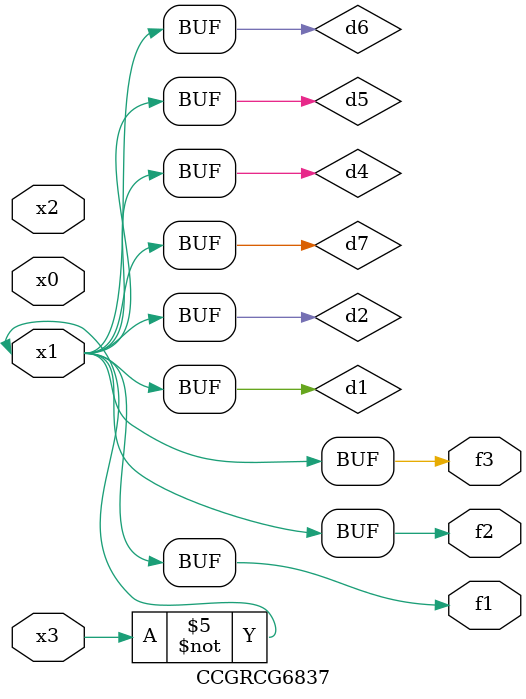
<source format=v>
module CCGRCG6837(
	input x0, x1, x2, x3,
	output f1, f2, f3
);

	wire d1, d2, d3, d4, d5, d6, d7;

	not (d1, x3);
	buf (d2, x1);
	xnor (d3, d1, d2);
	nor (d4, d1);
	buf (d5, d1, d2);
	buf (d6, d4, d5);
	nand (d7, d4);
	assign f1 = d6;
	assign f2 = d7;
	assign f3 = d6;
endmodule

</source>
